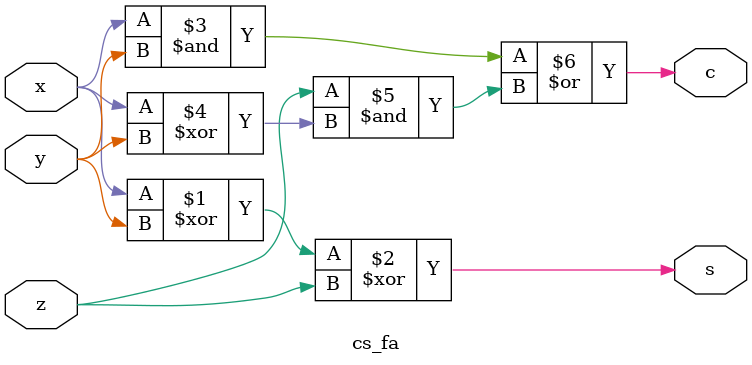
<source format=sv>

module cs_fa (input logic x, y, z, output logic c, s);

  assign s = x ^ y ^ z;
  assign c = (x & y) | (z & (x ^ y));

endmodule

</source>
